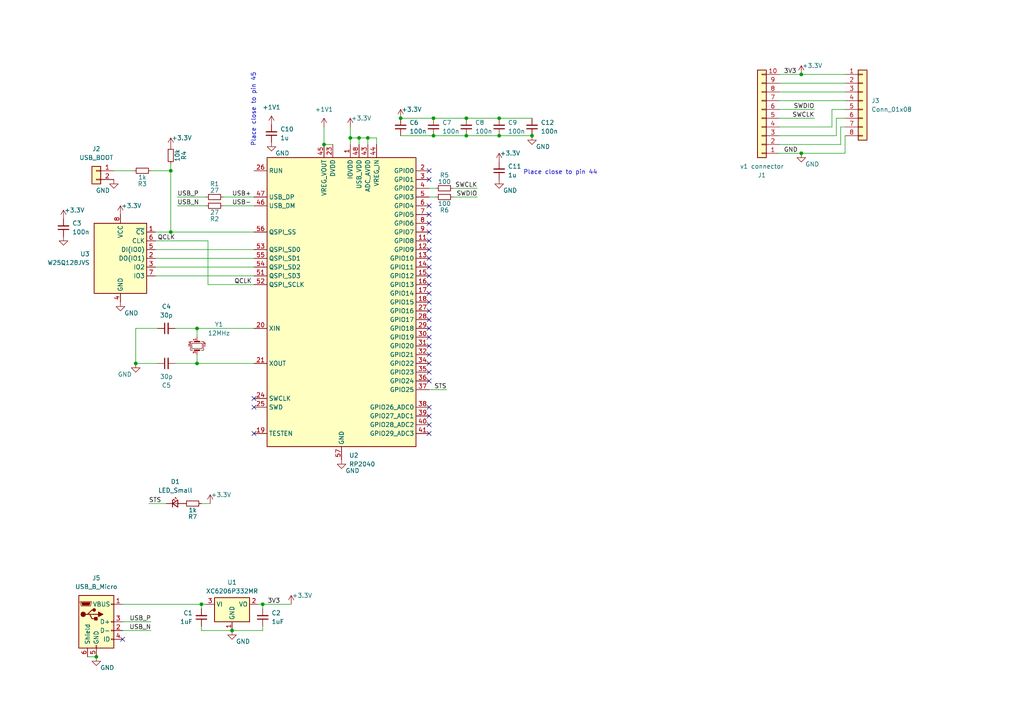
<source format=kicad_sch>
(kicad_sch (version 20230121) (generator eeschema)
  (paper "A4")
  (lib_symbols
    (symbol "Connector:USB_B_Micro" (pin_names (offset 1.016))
      (property "Reference" "J" (at -5.08 11.43 0))
      (property "Value" "USB_B_Micro" (at -5.08 8.89 0))
      (symbol "USB_B_Micro_0_1"
        (rectangle (start -5.08 -7.62) (end 5.08 7.62) (stroke (width 0.254)) (fill (type background)))
        (circle (center -3.81 2.159) (radius 0.635) (stroke (width 0.254)) (fill (type outline)))
        (circle (center -0.635 3.429) (radius 0.381) (stroke (width 0.254)) (fill (type outline)))
        (rectangle (start -0.127 -7.62) (end 0.127 -6.858))
        (polyline (pts (xy -1.905 2.159) (xy 0.635 2.159)) (stroke (width 0.254)))
        (polyline (pts (xy -3.175 2.159) (xy -2.54 2.159) (xy -1.27 3.429) (xy -0.635 3.429)) (stroke (width 0.254)))
        (polyline (pts (xy -2.54 2.159) (xy -1.905 2.159) (xy -1.27 0.889) (xy 0 0.889)) (stroke (width 0.254)))
        (polyline (pts (xy 0.635 2.794) (xy 0.635 1.524) (xy 1.905 2.159) (xy 0.635 2.794)) (stroke (width 0.254)) (fill (type outline)))
        (polyline (pts (xy -4.318 5.588) (xy -1.778 5.588) (xy -2.032 4.826) (xy -4.064 4.826) (xy -4.318 5.588)) (fill (type outline)))
        (polyline (pts (xy -4.699 5.842) (xy -4.699 5.588) (xy -4.445 4.826) (xy -4.445 4.572) (xy -1.651 4.572) (xy -1.651 4.826) (xy -1.397 5.588) (xy -1.397 5.842) (xy -4.699 5.842)))
        (rectangle (start 0.254 1.27) (end -0.508 0.508) (stroke (width 0.254)) (fill (type outline)))
        (rectangle (start 5.08 -5.207) (end 4.318 -4.953))
        (rectangle (start 5.08 -2.667) (end 4.318 -2.413))
        (rectangle (start 5.08 -0.127) (end 4.318 0.127))
        (rectangle (start 5.08 4.953) (end 4.318 5.207))
      )
      (symbol "USB_B_Micro_1_1"
        (pin power_out line (at 7.62 5.08 180) (length 2.54) (name "VBUS") (number "1"))
        (pin bidirectional line (at 7.62 -2.54 180) (length 2.54) (name "D-") (number "2"))
        (pin bidirectional line (at 7.62 0 180) (length 2.54) (name "D+") (number "3"))
        (pin passive line (at 7.62 -5.08 180) (length 2.54) (name "ID") (number "4"))
        (pin power_out line (at 0 -10.16 90) (length 2.54) (name "GND") (number "5"))
        (pin passive line (at -2.54 -10.16 90) (length 2.54) (name "Shield") (number "6"))
      )
    )
    (symbol "Connector_Generic:Conn_01x02" (pin_names (offset 1.016) hide)
      (property "Reference" "J" (at 0 2.54 0))
      (property "Value" "Conn_01x02" (at 0 -5.08 0))
      (symbol "Conn_01x02_1_1"
        (rectangle (start -1.27 -2.413) (end 0 -2.667) (stroke (width 0.1524)))
        (rectangle (start -1.27 0.127) (end 0 -0.127) (stroke (width 0.1524)))
        (rectangle (start -1.27 1.27) (end 1.27 -3.81) (stroke (width 0.254)) (fill (type background)))
        (pin passive line (at -5.08 0 0) (length 3.81) (name "Pin_1") (number "1"))
        (pin passive line (at -5.08 -2.54 0) (length 3.81) (name "Pin_2") (number "2"))
      )
    )
    (symbol "Connector_Generic:Conn_01x08" (pin_names (offset 1.016) hide)
      (property "Reference" "J" (at 0 10.16 0))
      (property "Value" "Conn_01x08" (at 0 -12.7 0))
      (symbol "Conn_01x08_1_1"
        (rectangle (start -1.27 -10.033) (end 0 -10.287) (stroke (width 0.1524)))
        (rectangle (start -1.27 -7.493) (end 0 -7.747) (stroke (width 0.1524)))
        (rectangle (start -1.27 -4.953) (end 0 -5.207) (stroke (width 0.1524)))
        (rectangle (start -1.27 -2.413) (end 0 -2.667) (stroke (width 0.1524)))
        (rectangle (start -1.27 0.127) (end 0 -0.127) (stroke (width 0.1524)))
        (rectangle (start -1.27 2.667) (end 0 2.413) (stroke (width 0.1524)))
        (rectangle (start -1.27 5.207) (end 0 4.953) (stroke (width 0.1524)))
        (rectangle (start -1.27 7.747) (end 0 7.493) (stroke (width 0.1524)))
        (rectangle (start -1.27 8.89) (end 1.27 -11.43) (stroke (width 0.254)) (fill (type background)))
        (pin passive line (at -5.08 7.62 0) (length 3.81) (name "Pin_1") (number "1"))
        (pin passive line (at -5.08 5.08 0) (length 3.81) (name "Pin_2") (number "2"))
        (pin passive line (at -5.08 2.54 0) (length 3.81) (name "Pin_3") (number "3"))
        (pin passive line (at -5.08 0 0) (length 3.81) (name "Pin_4") (number "4"))
        (pin passive line (at -5.08 -2.54 0) (length 3.81) (name "Pin_5") (number "5"))
        (pin passive line (at -5.08 -5.08 0) (length 3.81) (name "Pin_6") (number "6"))
        (pin passive line (at -5.08 -7.62 0) (length 3.81) (name "Pin_7") (number "7"))
        (pin passive line (at -5.08 -10.16 0) (length 3.81) (name "Pin_8") (number "8"))
      )
    )
    (symbol "Connector_Generic:Conn_01x10" (pin_names (offset 1.016) hide)
      (property "Reference" "J" (at 0 12.7 0))
      (property "Value" "Conn_01x10" (at 0 -15.24 0))
      (symbol "Conn_01x10_1_1"
        (rectangle (start -1.27 -12.573) (end 0 -12.827) (stroke (width 0.1524)))
        (rectangle (start -1.27 -10.033) (end 0 -10.287) (stroke (width 0.1524)))
        (rectangle (start -1.27 -7.493) (end 0 -7.747) (stroke (width 0.1524)))
        (rectangle (start -1.27 -4.953) (end 0 -5.207) (stroke (width 0.1524)))
        (rectangle (start -1.27 -2.413) (end 0 -2.667) (stroke (width 0.1524)))
        (rectangle (start -1.27 0.127) (end 0 -0.127) (stroke (width 0.1524)))
        (rectangle (start -1.27 2.667) (end 0 2.413) (stroke (width 0.1524)))
        (rectangle (start -1.27 5.207) (end 0 4.953) (stroke (width 0.1524)))
        (rectangle (start -1.27 7.747) (end 0 7.493) (stroke (width 0.1524)))
        (rectangle (start -1.27 10.287) (end 0 10.033) (stroke (width 0.1524)))
        (rectangle (start -1.27 11.43) (end 1.27 -13.97) (stroke (width 0.254)) (fill (type background)))
        (pin passive line (at -5.08 10.16 0) (length 3.81) (name "Pin_1") (number "1"))
        (pin passive line (at -5.08 -12.7 0) (length 3.81) (name "Pin_10") (number "10"))
        (pin passive line (at -5.08 7.62 0) (length 3.81) (name "Pin_2") (number "2"))
        (pin passive line (at -5.08 5.08 0) (length 3.81) (name "Pin_3") (number "3"))
        (pin passive line (at -5.08 2.54 0) (length 3.81) (name "Pin_4") (number "4"))
        (pin passive line (at -5.08 0 0) (length 3.81) (name "Pin_5") (number "5"))
        (pin passive line (at -5.08 -2.54 0) (length 3.81) (name "Pin_6") (number "6"))
        (pin passive line (at -5.08 -5.08 0) (length 3.81) (name "Pin_7") (number "7"))
        (pin passive line (at -5.08 -7.62 0) (length 3.81) (name "Pin_8") (number "8"))
        (pin passive line (at -5.08 -10.16 0) (length 3.81) (name "Pin_9") (number "9"))
      )
    )
    (symbol "Device:C_Small" (pin_numbers hide) (pin_names (offset 0.254) hide)
      (property "Reference" "C" (at 0.254 1.778 0))
      (property "Value" "C_Small" (at 0.254 -2.032 0))
      (symbol "C_Small_0_1"
        (polyline (pts (xy -1.524 -0.508) (xy 1.524 -0.508)) (stroke (width 0.3302)))
        (polyline (pts (xy -1.524 0.508) (xy 1.524 0.508)) (stroke (width 0.3048)))
      )
      (symbol "C_Small_1_1"
        (pin passive line (at 0 2.54 270) (length 2.032) (name "~") (number "1"))
        (pin passive line (at 0 -2.54 90) (length 2.032) (name "~") (number "2"))
      )
    )
    (symbol "Device:Crystal_GND24_Small" (pin_names (offset 1.016) hide)
      (property "Reference" "Y" (at 1.27 4.445 0))
      (property "Value" "Crystal_GND24_Small" (at 1.27 2.54 0))
      (symbol "Crystal_GND24_Small_0_1"
        (rectangle (start -0.762 -1.524) (end 0.762 1.524))
        (polyline (pts (xy -1.27 -0.762) (xy -1.27 0.762)) (stroke (width 0.381)))
        (polyline (pts (xy 1.27 -0.762) (xy 1.27 0.762)) (stroke (width 0.381)))
        (polyline (pts (xy -1.27 -1.27) (xy -1.27 -1.905) (xy 1.27 -1.905) (xy 1.27 -1.27)))
        (polyline (pts (xy -1.27 1.27) (xy -1.27 1.905) (xy 1.27 1.905) (xy 1.27 1.27)))
      )
      (symbol "Crystal_GND24_Small_1_1"
        (pin passive line (at -2.54 0 0) (length 1.27) (name "1") (number "1"))
        (pin passive line (at 0 -2.54 90) (length 0.635) (name "2") (number "2"))
        (pin passive line (at 2.54 0 180) (length 1.27) (name "3") (number "3"))
        (pin passive line (at 0 2.54 270) (length 0.635) (name "4") (number "4"))
      )
    )
    (symbol "Device:LED_Small" (pin_numbers hide) (pin_names (offset 0.254) hide)
      (property "Reference" "D" (at -1.27 3.175 0))
      (property "Value" "LED_Small" (at -4.445 -2.54 0))
      (symbol "LED_Small_0_1"
        (polyline (pts (xy -0.762 -1.016) (xy -0.762 1.016)) (stroke (width 0.254)))
        (polyline (pts (xy 1.016 0) (xy -0.762 0)))
        (polyline (pts (xy 0.762 -1.016) (xy -0.762 0) (xy 0.762 1.016) (xy 0.762 -1.016)) (stroke (width 0.254)))
        (polyline (pts (xy 0 0.762) (xy -0.508 1.27) (xy -0.254 1.27) (xy -0.508 1.27) (xy -0.508 1.016)))
        (polyline (pts (xy 0.508 1.27) (xy 0 1.778) (xy 0.254 1.778) (xy 0 1.778) (xy 0 1.524)))
      )
      (symbol "LED_Small_1_1"
        (pin passive line (at -2.54 0 0) (length 1.778) (name "K") (number "1"))
        (pin passive line (at 2.54 0 180) (length 1.778) (name "A") (number "2"))
      )
    )
    (symbol "Device:R_Small" (pin_numbers hide) (pin_names (offset 0.254) hide)
      (property "Reference" "R" (at 0.762 0.508 0))
      (property "Value" "R_Small" (at 0.762 -1.016 0))
      (symbol "R_Small_0_1"
        (rectangle (start -0.762 1.778) (end 0.762 -1.778) (stroke (width 0.2032)))
      )
      (symbol "R_Small_1_1"
        (pin passive line (at 0 2.54 270) (length 0.762) (name "~") (number "1"))
        (pin passive line (at 0 -2.54 90) (length 0.762) (name "~") (number "2"))
      )
    )
    (symbol "MCU_RaspberryPi:RP2040"
      (property "Reference" "U" (at 17.78 45.72 0))
      (property "Value" "RP2040" (at 17.78 43.18 0))
      (symbol "RP2040_0_1"
        (rectangle (start -21.59 41.91) (end 21.59 -41.91) (stroke (width 0.254)) (fill (type background)))
      )
      (symbol "RP2040_1_1"
        (pin power_in line (at 2.54 45.72 270) (length 3.81) (name "IOVDD") (number "1"))
        (pin passive line (at 2.54 45.72 270) (length 3.81) hide (name "IOVDD") (number "10"))
        (pin bidirectional line (at 25.4 17.78 180) (length 3.81) (name "GPIO8") (number "11"))
        (pin bidirectional line (at 25.4 15.24 180) (length 3.81) (name "GPIO9") (number "12"))
        (pin bidirectional line (at 25.4 12.7 180) (length 3.81) (name "GPIO10") (number "13"))
        (pin bidirectional line (at 25.4 10.16 180) (length 3.81) (name "GPIO11") (number "14"))
        (pin bidirectional line (at 25.4 7.62 180) (length 3.81) (name "GPIO12") (number "15"))
        (pin bidirectional line (at 25.4 5.08 180) (length 3.81) (name "GPIO13") (number "16"))
        (pin bidirectional line (at 25.4 2.54 180) (length 3.81) (name "GPIO14") (number "17"))
        (pin bidirectional line (at 25.4 0 180) (length 3.81) (name "GPIO15") (number "18"))
        (pin input line (at -25.4 -38.1 0) (length 3.81) (name "TESTEN") (number "19"))
        (pin bidirectional line (at 25.4 38.1 180) (length 3.81) (name "GPIO0") (number "2"))
        (pin input line (at -25.4 -7.62 0) (length 3.81) (name "XIN") (number "20"))
        (pin passive line (at -25.4 -17.78 0) (length 3.81) (name "XOUT") (number "21"))
        (pin passive line (at 2.54 45.72 270) (length 3.81) hide (name "IOVDD") (number "22"))
        (pin power_in line (at -2.54 45.72 270) (length 3.81) (name "DVDD") (number "23"))
        (pin input line (at -25.4 -27.94 0) (length 3.81) (name "SWCLK") (number "24"))
        (pin bidirectional line (at -25.4 -30.48 0) (length 3.81) (name "SWD") (number "25"))
        (pin input line (at -25.4 38.1 0) (length 3.81) (name "RUN") (number "26"))
        (pin bidirectional line (at 25.4 -2.54 180) (length 3.81) (name "GPIO16") (number "27"))
        (pin bidirectional line (at 25.4 -5.08 180) (length 3.81) (name "GPIO17") (number "28"))
        (pin bidirectional line (at 25.4 -7.62 180) (length 3.81) (name "GPIO18") (number "29"))
        (pin bidirectional line (at 25.4 35.56 180) (length 3.81) (name "GPIO1") (number "3"))
        (pin bidirectional line (at 25.4 -10.16 180) (length 3.81) (name "GPIO19") (number "30"))
        (pin bidirectional line (at 25.4 -12.7 180) (length 3.81) (name "GPIO20") (number "31"))
        (pin bidirectional line (at 25.4 -15.24 180) (length 3.81) (name "GPIO21") (number "32"))
        (pin passive line (at 2.54 45.72 270) (length 3.81) hide (name "IOVDD") (number "33"))
        (pin bidirectional line (at 25.4 -17.78 180) (length 3.81) (name "GPIO22") (number "34"))
        (pin bidirectional line (at 25.4 -20.32 180) (length 3.81) (name "GPIO23") (number "35"))
        (pin bidirectional line (at 25.4 -22.86 180) (length 3.81) (name "GPIO24") (number "36"))
        (pin bidirectional line (at 25.4 -25.4 180) (length 3.81) (name "GPIO25") (number "37"))
        (pin bidirectional line (at 25.4 -30.48 180) (length 3.81) (name "GPIO26_ADC0") (number "38"))
        (pin bidirectional line (at 25.4 -33.02 180) (length 3.81) (name "GPIO27_ADC1") (number "39"))
        (pin bidirectional line (at 25.4 33.02 180) (length 3.81) (name "GPIO2") (number "4"))
        (pin bidirectional line (at 25.4 -35.56 180) (length 3.81) (name "GPIO28_ADC2") (number "40"))
        (pin bidirectional line (at 25.4 -38.1 180) (length 3.81) (name "GPIO29_ADC3") (number "41"))
        (pin passive line (at 2.54 45.72 270) (length 3.81) hide (name "IOVDD") (number "42"))
        (pin power_in line (at 7.62 45.72 270) (length 3.81) (name "ADC_AVDD") (number "43"))
        (pin power_in line (at 10.16 45.72 270) (length 3.81) (name "VREG_IN") (number "44"))
        (pin power_out line (at -5.08 45.72 270) (length 3.81) (name "VREG_VOUT") (number "45"))
        (pin bidirectional line (at -25.4 27.94 0) (length 3.81) (name "USB_DM") (number "46"))
        (pin bidirectional line (at -25.4 30.48 0) (length 3.81) (name "USB_DP") (number "47"))
        (pin power_in line (at 5.08 45.72 270) (length 3.81) (name "USB_VDD") (number "48"))
        (pin passive line (at 2.54 45.72 270) (length 3.81) hide (name "IOVDD") (number "49"))
        (pin bidirectional line (at 25.4 30.48 180) (length 3.81) (name "GPIO3") (number "5"))
        (pin passive line (at -2.54 45.72 270) (length 3.81) hide (name "DVDD") (number "50"))
        (pin bidirectional line (at -25.4 7.62 0) (length 3.81) (name "QSPI_SD3") (number "51"))
        (pin output line (at -25.4 5.08 0) (length 3.81) (name "QSPI_SCLK") (number "52"))
        (pin bidirectional line (at -25.4 15.24 0) (length 3.81) (name "QSPI_SD0") (number "53"))
        (pin bidirectional line (at -25.4 10.16 0) (length 3.81) (name "QSPI_SD2") (number "54"))
        (pin bidirectional line (at -25.4 12.7 0) (length 3.81) (name "QSPI_SD1") (number "55"))
        (pin bidirectional line (at -25.4 20.32 0) (length 3.81) (name "QSPI_SS") (number "56"))
        (pin power_in line (at 0 -45.72 90) (length 3.81) (name "GND") (number "57"))
        (pin bidirectional line (at 25.4 27.94 180) (length 3.81) (name "GPIO4") (number "6"))
        (pin bidirectional line (at 25.4 25.4 180) (length 3.81) (name "GPIO5") (number "7"))
        (pin bidirectional line (at 25.4 22.86 180) (length 3.81) (name "GPIO6") (number "8"))
        (pin bidirectional line (at 25.4 20.32 180) (length 3.81) (name "GPIO7") (number "9"))
      )
    )
    (symbol "Memory_Flash:W25Q128JVS"
      (property "Reference" "U" (at -8.89 8.89 0))
      (property "Value" "W25Q128JVS" (at 7.62 8.89 0))
      (symbol "W25Q128JVS_0_1"
        (rectangle (start -7.62 10.16) (end 7.62 -10.16) (stroke (width 0.254)) (fill (type background)))
      )
      (symbol "W25Q128JVS_1_1"
        (pin input line (at -10.16 7.62 0) (length 2.54) (name "~{CS}") (number "1"))
        (pin bidirectional line (at -10.16 0 0) (length 2.54) (name "DO(IO1)") (number "2"))
        (pin bidirectional line (at -10.16 -2.54 0) (length 2.54) (name "IO2") (number "3"))
        (pin power_in line (at 0 -12.7 90) (length 2.54) (name "GND") (number "4"))
        (pin bidirectional line (at -10.16 2.54 0) (length 2.54) (name "DI(IO0)") (number "5"))
        (pin input line (at -10.16 5.08 0) (length 2.54) (name "CLK") (number "6"))
        (pin bidirectional line (at -10.16 -5.08 0) (length 2.54) (name "IO3") (number "7"))
        (pin power_in line (at 0 12.7 270) (length 2.54) (name "VCC") (number "8"))
      )
    )
    (symbol "Regulator_Linear:MCP1754S-3302xCB"
      (property "Reference" "U" (at -3.81 3.175 0))
      (property "Value" "MCP1754S-3302xCB" (at -0.635 3.175 0))
      (symbol "MCP1754S-3302xCB_0_1"
        (rectangle (start -5.08 -5.08) (end 5.08 1.905) (stroke (width 0.254)) (fill (type background)))
      )
      (symbol "MCP1754S-3302xCB_1_1"
        (pin power_in line (at 0 -7.62 90) (length 2.54) (name "GND") (number "1"))
        (pin power_out line (at 7.62 0 180) (length 2.54) (name "VO") (number "2"))
        (pin power_in line (at -7.62 0 0) (length 2.54) (name "VI") (number "3"))
      )
    )
    (symbol "power:+1V1" (power) (pin_names (offset 0))
      (property "Value" "+1V1" (at 0 3.556 0))
      (symbol "+1V1_0_1"
        (polyline (pts (xy -0.762 1.27) (xy 0 2.54)))
        (polyline (pts (xy 0 0) (xy 0 2.54)))
        (polyline (pts (xy 0 2.54) (xy 0.762 1.27)))
      )
      (symbol "+1V1_1_1"
        (pin power_in line (at 0 0 90) (length 0) hide (name "+1V1") (number "1"))
      )
    )
    (symbol "power:+3.3V" (power) (pin_names (offset 0))
      (property "Value" "+3.3V" (at 0 3.556 0))
      (symbol "+3.3V_0_1"
        (polyline (pts (xy -0.762 1.27) (xy 0 2.54)))
        (polyline (pts (xy 0 0) (xy 0 2.54)))
        (polyline (pts (xy 0 2.54) (xy 0.762 1.27)))
      )
      (symbol "+3.3V_1_1"
        (pin power_in line (at 0 0 90) (length 0) hide (name "+3.3V") (number "1"))
      )
    )
    (symbol "power:GND" (power) (pin_names (offset 0))
      (property "Value" "GND" (at 0 -3.81 0))
      (symbol "GND_0_1"
        (polyline (pts (xy 0 0) (xy 0 -1.27) (xy 1.27 -1.27) (xy 0 -2.54) (xy -1.27 -1.27) (xy 0 -1.27)))
      )
      (symbol "GND_1_1"
        (pin power_in line (at 0 0 270) (length 0) hide (name "GND") (number "1"))
      )
    )
  )
  (junction (at 57.15 95.25))
  (junction (at 101.6 40.005))
  (junction (at 232.41 21.59))
  (junction (at 93.98 41.91))
  (junction (at 27.94 190.5))
  (junction (at 125.73 39.37))
  (junction (at 135.255 34.29))
  (junction (at 144.78 39.37))
  (junction (at 49.53 67.31))
  (junction (at 232.41 44.45))
  (junction (at 154.305 39.37))
  (junction (at 106.68 40.005))
  (junction (at 135.255 39.37))
  (junction (at 39.37 105.41))
  (junction (at 57.15 105.41))
  (junction (at 104.14 40.005))
  (junction (at 76.2 175.26))
  (junction (at 58.42 175.26))
  (junction (at 67.31 182.88))
  (junction (at 125.73 34.29))
  (junction (at 144.78 34.29))
  (junction (at 116.205 34.29))
  (junction (at 49.53 49.53))
  (no_connect (at 124.46 72.39))
  (no_connect (at 124.46 118.11))
  (no_connect (at 124.46 62.23))
  (no_connect (at 124.46 120.65))
  (no_connect (at 124.46 97.79))
  (no_connect (at 124.46 125.73))
  (no_connect (at 124.46 82.55))
  (no_connect (at 124.46 64.77))
  (no_connect (at 124.46 87.63))
  (no_connect (at 124.46 52.07))
  (no_connect (at 124.46 110.49))
  (no_connect (at 124.46 90.17))
  (no_connect (at 124.46 107.95))
  (no_connect (at 124.46 92.71))
  (no_connect (at 124.46 123.19))
  (no_connect (at 124.46 74.93))
  (no_connect (at 124.46 102.87))
  (no_connect (at 124.46 69.85))
  (no_connect (at 35.56 185.42))
  (no_connect (at 124.46 59.69))
  (no_connect (at 73.66 125.73))
  (no_connect (at 124.46 95.25))
  (no_connect (at 124.46 77.47))
  (no_connect (at 124.46 49.53))
  (no_connect (at 124.46 100.33))
  (no_connect (at 124.46 67.31))
  (no_connect (at 73.66 118.11))
  (no_connect (at 124.46 105.41))
  (no_connect (at 73.66 115.57))
  (no_connect (at 124.46 80.01))
  (no_connect (at 124.46 85.09))
  (wire (pts (xy 106.68 40.005) (xy 109.22 40.005)))
  (wire (pts (xy 106.68 40.005) (xy 106.68 41.91)))
  (wire (pts (xy 64.77 57.15) (xy 73.66 57.15)))
  (wire (pts (xy 60.325 69.85) (xy 60.325 82.55)))
  (wire (pts (xy 125.73 39.37) (xy 135.255 39.37)))
  (wire (pts (xy 39.37 105.41) (xy 45.72 105.41)))
  (wire (pts (xy 57.15 105.41) (xy 73.66 105.41)))
  (wire (pts (xy 51.435 59.69) (xy 59.69 59.69)))
  (wire (pts (xy 45.085 67.31) (xy 49.53 67.31)))
  (wire (pts (xy 226.06 39.37) (xy 242.57 39.37)))
  (wire (pts (xy 109.22 40.005) (xy 109.22 41.91)))
  (wire (pts (xy 49.53 67.31) (xy 73.66 67.31)))
  (wire (pts (xy 135.255 39.37) (xy 144.78 39.37)))
  (wire (pts (xy 116.205 39.37) (xy 125.73 39.37)))
  (wire (pts (xy 39.37 105.41) (xy 39.37 95.25)))
  (wire (pts (xy 226.06 31.75) (xy 236.22 31.75)))
  (wire (pts (xy 43.18 146.05) (xy 48.26 146.05)))
  (wire (pts (xy 35.56 180.34) (xy 43.815 180.34)))
  (wire (pts (xy 76.2 181.61) (xy 76.2 182.88)))
  (wire (pts (xy 104.14 40.005) (xy 104.14 41.91)))
  (wire (pts (xy 226.06 36.83) (xy 241.3 36.83)))
  (wire (pts (xy 226.06 24.13) (xy 245.11 24.13)))
  (wire (pts (xy 49.53 49.53) (xy 49.53 67.31)))
  (wire (pts (xy 124.46 57.15) (xy 126.365 57.15)))
  (wire (pts (xy 243.84 36.83) (xy 243.84 41.91)))
  (wire (pts (xy 50.8 105.41) (xy 57.15 105.41)))
  (wire (pts (xy 58.42 175.26) (xy 59.69 175.26)))
  (wire (pts (xy 241.3 31.75) (xy 245.11 31.75)))
  (wire (pts (xy 135.255 34.29) (xy 144.78 34.29)))
  (wire (pts (xy 104.14 40.005) (xy 106.68 40.005)))
  (wire (pts (xy 144.78 39.37) (xy 154.305 39.37)))
  (wire (pts (xy 232.41 21.59) (xy 245.11 21.59)))
  (wire (pts (xy 45.085 72.39) (xy 73.66 72.39)))
  (wire (pts (xy 116.205 34.29) (xy 125.73 34.29)))
  (wire (pts (xy 64.77 59.69) (xy 73.66 59.69)))
  (wire (pts (xy 101.6 40.005) (xy 101.6 41.91)))
  (wire (pts (xy 76.2 175.26) (xy 84.455 175.26)))
  (wire (pts (xy 35.56 182.88) (xy 43.815 182.88)))
  (wire (pts (xy 93.98 41.91) (xy 96.52 41.91)))
  (wire (pts (xy 57.15 95.25) (xy 57.15 97.79)))
  (wire (pts (xy 58.42 182.88) (xy 67.31 182.88)))
  (wire (pts (xy 33.02 49.53) (xy 38.735 49.53)))
  (wire (pts (xy 124.46 113.03) (xy 129.54 113.03)))
  (wire (pts (xy 45.085 77.47) (xy 73.66 77.47)))
  (wire (pts (xy 226.06 44.45) (xy 232.41 44.45)))
  (wire (pts (xy 131.445 54.61) (xy 138.43 54.61)))
  (wire (pts (xy 245.11 44.45) (xy 245.11 39.37)))
  (wire (pts (xy 43.815 49.53) (xy 49.53 49.53)))
  (wire (pts (xy 101.6 36.83) (xy 101.6 40.005)))
  (wire (pts (xy 232.41 44.45) (xy 245.11 44.45)))
  (wire (pts (xy 45.085 80.01) (xy 73.66 80.01)))
  (wire (pts (xy 49.53 47.625) (xy 49.53 49.53)))
  (wire (pts (xy 76.2 176.53) (xy 76.2 175.26)))
  (wire (pts (xy 226.06 21.59) (xy 232.41 21.59)))
  (wire (pts (xy 226.06 29.21) (xy 245.11 29.21)))
  (wire (pts (xy 242.57 39.37) (xy 242.57 34.29)))
  (wire (pts (xy 51.435 57.15) (xy 59.69 57.15)))
  (wire (pts (xy 58.42 146.05) (xy 60.96 146.05)))
  (wire (pts (xy 50.8 95.25) (xy 57.15 95.25)))
  (wire (pts (xy 60.325 82.55) (xy 73.66 82.55)))
  (wire (pts (xy 45.085 74.93) (xy 73.66 74.93)))
  (wire (pts (xy 57.15 95.25) (xy 73.66 95.25)))
  (wire (pts (xy 226.06 41.91) (xy 243.84 41.91)))
  (wire (pts (xy 125.73 34.29) (xy 135.255 34.29)))
  (wire (pts (xy 45.085 69.85) (xy 60.325 69.85)))
  (wire (pts (xy 242.57 34.29) (xy 245.11 34.29)))
  (wire (pts (xy 58.42 175.26) (xy 58.42 176.53)))
  (wire (pts (xy 58.42 181.61) (xy 58.42 182.88)))
  (wire (pts (xy 39.37 95.25) (xy 45.72 95.25)))
  (wire (pts (xy 93.98 36.83) (xy 93.98 41.91)))
  (wire (pts (xy 144.78 34.29) (xy 154.305 34.29)))
  (wire (pts (xy 124.46 54.61) (xy 126.365 54.61)))
  (wire (pts (xy 226.06 26.67) (xy 245.11 26.67)))
  (wire (pts (xy 131.445 57.15) (xy 138.43 57.15)))
  (wire (pts (xy 101.6 40.005) (xy 104.14 40.005)))
  (wire (pts (xy 245.11 36.83) (xy 243.84 36.83)))
  (wire (pts (xy 57.15 102.87) (xy 57.15 105.41)))
  (wire (pts (xy 241.3 36.83) (xy 241.3 31.75)))
  (wire (pts (xy 35.56 175.26) (xy 58.42 175.26)))
  (wire (pts (xy 76.2 175.26) (xy 74.93 175.26)))
  (wire (pts (xy 226.06 34.29) (xy 236.22 34.29)))
  (wire (pts (xy 25.4 190.5) (xy 27.94 190.5)))
  (wire (pts (xy 67.31 182.88) (xy 76.2 182.88)))
  (text "Place close to pin 44" (at 151.765 50.8 0) (effects (font (size 1.27 1.27)) (justify left bottom)))
  (text "Place close to pin 45" (at 74.295 42.545 90) (effects (font (size 1.27 1.27)) (justify left bottom)))
  (label "3V3" (at 227.33 21.59 0))
  (label "QCLK" (at 67.945 82.55 0))
  (label "USB_P" (at 51.435 57.15 0))
  (label "SWDIO" (at 236.22 31.75 180))
  (label "GND" (at 227.33 44.45 0))
  (label "USB-" (at 67.31 59.69 0))
  (label "3V3" (at 81.28 175.26 180))
  (label "QCLK" (at 50.8 69.85 180))
  (label "USB_P" (at 43.815 180.34 180))
  (label "USB_N" (at 51.435 59.69 0))
  (label "USB_N" (at 43.815 182.88 180))
  (label "SWDIO" (at 138.43 57.15 180))
  (label "SWCLK" (at 236.22 34.29 180))
  (label "STS" (at 43.18 146.05 0))
  (label "USB+" (at 67.31 57.15 0))
  (label "SWCLK" (at 138.43 54.61 180))
  (label "STS" (at 129.54 113.03 180))
  (symbol (lib_id "power:GND") (at 27.94 190.5 0) (unit 1)
    (property "Reference" "#PWR05" (effects hide))
    (property "Value" "GND" (at 31.115 193.675 0))
  )
  (symbol (lib_id "power:GND") (at 39.37 105.41 0) (mirror y) (unit 1)
    (property "Reference" "#PWR09" (effects hide))
    (property "Value" "GND" (at 36.195 108.585 0))
  )
  (symbol (lib_id "power:+1V1") (at 78.74 36.195 0) (unit 1)
    (property "Reference" "#PWR019" (effects hide))
    (property "Value" "+1V1" (at 78.74 31.115 0))
  )
  (symbol (lib_id "power:+3.3V") (at 49.53 42.545 0) (unit 1)
    (property "Reference" "#PWR012" (effects hide))
    (property "Value" "+3.3V" (at 52.705 40.005 0))
  )
  (symbol (lib_id "power:GND") (at 232.41 44.45 0) (unit 1)
    (property "Reference" "#PWR07" (effects hide))
    (property "Value" "GND" (at 235.585 47.625 0))
  )
  (symbol (lib_id "power:+3.3V") (at 34.925 62.23 0) (unit 1)
    (property "Reference" "#PWR02" (effects hide))
    (property "Value" "+3.3V" (at 38.1 59.69 0))
  )
  (symbol (lib_id "Device:R_Small") (at 41.275 49.53 270) (unit 1)
    (property "Reference" "R3" (at 41.275 53.34 90))
    (property "Value" "1k" (at 41.275 51.435 90))
    (property "Footprint" "Resistor_SMD:R_0402_1005Metric" (effects hide))
    (property "LCSC" "C11702" (effects hide))
  )
  (symbol (lib_id "Device:R_Small") (at 128.905 54.61 90) (unit 1)
    (property "Reference" "R5" (at 128.905 50.8 90))
    (property "Value" "100" (at 128.905 52.705 90))
    (property "Footprint" "Resistor_SMD:R_0402_1005Metric" (effects hide))
    (property "LCSC" "C25076" (effects hide))
  )
  (symbol (lib_id "Connector_Generic:Conn_01x10") (at 220.98 34.29 180) (unit 1)
    (property "Reference" "J1" (at 220.98 50.8 0))
    (property "Value" "v1 connector" (at 220.98 48.26 0))
    (property "Footprint" "Connector_FFC-FPC:Hirose_FH12-10S-0.5SH_1x10-1MP_P0.50mm_Horizontal" (effects hide))
    (property "LCSC" "C506791" (effects hide))
  )
  (symbol (lib_id "power:+3.3V") (at 60.96 146.05 0) (unit 1)
    (property "Reference" "#PWR022" (effects hide))
    (property "Value" "+3.3V" (at 64.135 143.51 0))
  )
  (symbol (lib_id "Connector_Generic:Conn_01x08") (at 250.19 29.21 0) (unit 1)
    (property "Reference" "J3" (at 252.73 29.21 0) (effects (justify left)))
    (property "Value" "Conn_01x08" (at 252.73 31.75 0) (effects (justify left)))
    (property "Footprint" "Connector_PinHeader_2.54mm:PinHeader_1x08_P2.54mm_Vertical" (effects hide))
  )
  (symbol (lib_id "Device:C_Small") (at 116.205 36.83 180) (unit 1)
    (property "Reference" "C6" (at 118.745 35.5536 0) (effects (justify right)))
    (property "Value" "100n" (at 118.745 38.0936 0) (effects (justify right)))
    (property "Footprint" "Capacitor_SMD:C_0402_1005Metric" (effects hide))
    (property "LCSC" "C307331" (effects hide))
  )
  (symbol (lib_id "power:+3.3V") (at 232.41 21.59 0) (unit 1)
    (property "Reference" "#PWR06" (effects hide))
    (property "Value" "+3.3V" (at 235.585 19.05 0))
  )
  (symbol (lib_id "power:+3.3V") (at 144.78 46.99 0) (unit 1)
    (property "Reference" "#PWR018" (effects hide))
    (property "Value" "+3.3V" (at 147.955 44.45 0))
  )
  (symbol (lib_id "Device:C_Small") (at 18.415 66.04 180) (unit 1)
    (property "Reference" "C3" (at 20.955 64.7636 0) (effects (justify right)))
    (property "Value" "100n" (at 20.955 67.3036 0) (effects (justify right)))
    (property "Footprint" "Capacitor_SMD:C_0402_1005Metric" (effects hide))
    (property "LCSC" "C307331" (effects hide))
  )
  (symbol (lib_id "power:GND") (at 67.31 182.88 0) (unit 1)
    (property "Reference" "#PWR04" (effects hide))
    (property "Value" "GND" (at 70.485 186.055 0))
  )
  (symbol (lib_id "power:+3.3V") (at 116.205 34.29 0) (unit 1)
    (property "Reference" "#PWR014" (effects hide))
    (property "Value" "+3.3V" (at 119.38 31.75 0))
  )
  (symbol (lib_id "power:GND") (at 33.02 52.07 0) (mirror y) (unit 1)
    (property "Reference" "#PWR011" (effects hide))
    (property "Value" "GND" (at 29.845 55.245 0))
  )
  (symbol (lib_id "Regulator_Linear:MCP1754S-3302xCB") (at 67.31 175.26 0) (unit 1)
    (property "Reference" "U1" (at 67.31 168.91 0))
    (property "Value" "XC6206P332MR" (at 67.31 171.45 0))
    (property "Footprint" "Package_TO_SOT_SMD:SOT-23" (effects hide))
    (property "Datasheet" "https://datasheet.lcsc.com/lcsc/2304140030_Torex-Semicon-XC6206P332MR_C5446.pdf" (effects hide))
    (property "LCSC" "C5446" (effects hide))
  )
  (symbol (lib_id "power:GND") (at 18.415 68.58 0) (unit 1)
    (property "Reference" "#PWR03" (effects hide))
    (property "Value" "GND" (effects hide))
  )
  (symbol (lib_id "Device:C_Small") (at 78.74 38.735 180) (unit 1)
    (property "Reference" "C10" (at 81.28 37.4586 0) (effects (justify right)))
    (property "Value" "1u" (at 81.28 39.9986 0) (effects (justify right)))
    (property "Footprint" "Capacitor_SMD:C_0402_1005Metric" (effects hide))
    (property "LCSC" "C52923" (effects hide))
  )
  (symbol (lib_id "power:GND") (at 144.78 52.07 0) (unit 1)
    (property "Reference" "#PWR017" (effects hide))
    (property "Value" "GND" (at 147.955 55.245 0))
  )
  (symbol (lib_id "Device:C_Small") (at 76.2 179.07 180) (unit 1)
    (property "Reference" "C2" (at 78.74 177.7936 0) (effects (justify right)))
    (property "Value" "1uF" (at 78.74 180.3336 0) (effects (justify right)))
    (property "Footprint" "Capacitor_SMD:C_0402_1005Metric" (effects hide))
    (property "LCSC" "C52923" (effects hide))
  )
  (symbol (lib_id "Device:C_Small") (at 48.26 105.41 90) (mirror x) (unit 1)
    (property "Reference" "C5" (at 48.2663 111.76 90))
    (property "Value" "30p" (at 48.2663 109.22 90))
    (property "Footprint" "Capacitor_SMD:C_0402_1005Metric" (effects hide))
    (property "LCSC" "C1570" (effects hide))
  )
  (symbol (lib_id "power:GND") (at 99.06 133.35 0) (unit 1)
    (property "Reference" "#PWR010" (effects hide))
    (property "Value" "GND" (at 102.235 136.525 0))
  )
  (symbol (lib_id "power:GND") (at 154.305 39.37 0) (unit 1)
    (property "Reference" "#PWR015" (effects hide))
    (property "Value" "GND" (at 157.48 42.545 0))
  )
  (symbol (lib_id "Memory_Flash:W25Q128JVS") (at 34.925 74.93 0) (mirror y) (unit 1)
    (property "Reference" "U3" (at 26.035 73.66 0) (effects (justify left)))
    (property "Value" "W25Q128JVS" (at 26.035 76.2 0) (effects (justify left)))
    (property "Footprint" "Package_SO:SOIC-8_5.23x5.23mm_P1.27mm" (effects hide))
    (property "Datasheet" "http://www.winbond.com/resource-files/w25q128jv_dtr%20revc%2003272018%20plus.pdf" (effects hide))
    (property "LCSC" "C97521" (effects hide))
  )
  (symbol (lib_id "power:+1V1") (at 93.98 36.83 0) (unit 1)
    (property "Reference" "#PWR016" (effects hide))
    (property "Value" "+1V1" (at 93.98 31.75 0))
  )
  (symbol (lib_id "Device:R_Small") (at 49.53 45.085 0) (unit 1)
    (property "Reference" "R4" (at 53.34 45.085 90))
    (property "Value" "10k" (at 51.435 45.085 90))
    (property "Footprint" "Resistor_SMD:R_0402_1005Metric" (effects hide))
    (property "LCSC" "C25744" (effects hide))
  )
  (symbol (lib_id "Device:C_Small") (at 144.78 49.53 180) (unit 1)
    (property "Reference" "C11" (at 147.32 48.2536 0) (effects (justify right)))
    (property "Value" "1u" (at 147.32 50.7936 0) (effects (justify right)))
    (property "Footprint" "Capacitor_SMD:C_0402_1005Metric" (effects hide))
    (property "LCSC" "C52923" (effects hide))
  )
  (symbol (lib_id "Connector_Generic:Conn_01x02") (at 27.94 49.53 0) (mirror y) (unit 1)
    (property "Reference" "J2" (at 27.94 43.18 0))
    (property "Value" "USB_BOOT" (at 27.94 45.72 0))
    (property "Footprint" "Connector_PinHeader_2.54mm:PinHeader_1x02_P2.54mm_Vertical" (effects hide))
  )
  (symbol (lib_id "Device:R_Small") (at 62.23 57.15 90) (unit 1)
    (property "Reference" "R1" (at 62.23 53.34 90))
    (property "Value" "27" (at 62.23 55.245 90))
    (property "Footprint" "Resistor_SMD:R_0603_1608Metric" (effects hide))
    (property "LCSC" "C25190" (effects hide))
  )
  (symbol (lib_id "Device:C_Small") (at 58.42 179.07 0) (mirror x) (unit 1)
    (property "Reference" "C1" (at 55.88 177.7936 0) (effects (justify right)))
    (property "Value" "1uF" (at 55.88 180.3336 0) (effects (justify right)))
    (property "Footprint" "Capacitor_SMD:C_0402_1005Metric" (effects hide))
    (property "LCSC" "C52923" (effects hide))
  )
  (symbol (lib_id "power:GND") (at 78.74 41.275 0) (unit 1)
    (property "Reference" "#PWR020" (effects hide))
    (property "Value" "GND" (at 81.915 44.45 0))
  )
  (symbol (lib_id "power:+3.3V") (at 101.6 36.83 0) (unit 1)
    (property "Reference" "#PWR013" (effects hide))
    (property "Value" "+3.3V" (at 104.775 34.29 0))
  )
  (symbol (lib_id "power:GND") (at 34.925 87.63 0) (unit 1)
    (property "Reference" "#PWR01" (effects hide))
    (property "Value" "GND" (at 38.1 90.805 0))
  )
  (symbol (lib_id "Connector:USB_B_Micro") (at 27.94 180.34 0) (unit 1)
    (property "Reference" "J5" (at 27.94 167.64 0))
    (property "Value" "USB_B_Micro" (at 27.94 170.18 0))
    (property "Footprint" "Connector_USB:USB_Micro-B_Amphenol_10118193-0001LF_Horizontal" (effects hide))
    (property "LCSC" "C132562" (effects hide))
  )
  (symbol (lib_id "Device:R_Small") (at 55.88 146.05 270) (unit 1)
    (property "Reference" "R7" (at 55.88 149.86 90))
    (property "Value" "1k" (at 55.88 147.955 90))
    (property "Footprint" "Resistor_SMD:R_0402_1005Metric" (effects hide))
    (property "LCSC" "C11702" (effects hide))
  )
  (symbol (lib_id "Device:Crystal_GND24_Small") (at 57.15 100.33 270) (unit 1)
    (property "Reference" "Y1" (at 63.5 94.1003 90))
    (property "Value" "12MHz" (at 63.5 96.6403 90))
    (property "Footprint" "Crystal:Crystal_SMD_3225-4Pin_3.2x2.5mm" (effects hide))
    (property "LCSC" "C9002" (effects hide))
  )
  (symbol (lib_id "Device:C_Small") (at 48.26 95.25 90) (unit 1)
    (property "Reference" "C4" (at 48.2663 88.9 90))
    (property "Value" "30p" (at 48.2663 91.44 90))
    (property "Footprint" "Capacitor_SMD:C_0402_1005Metric" (effects hide))
    (property "LCSC" "C1570" (effects hide))
  )
  (symbol (lib_id "MCU_RaspberryPi:RP2040") (at 99.06 87.63 0) (unit 1)
    (property "Reference" "U2" (at 101.2541 132.08 0) (effects (justify left)))
    (property "Value" "RP2040" (at 101.2541 134.62 0) (effects (justify left)))
    (property "Footprint" "Package_DFN_QFN:QFN-56-1EP_7x7mm_P0.4mm_EP3.2x3.2mm" (effects hide))
    (property "Datasheet" "https://datasheets.raspberrypi.com/rp2040/rp2040-datasheet.pdf" (effects hide))
    (property "LCSC" "C2040" (effects hide))
  )
  (symbol (lib_id "power:+3.3V") (at 84.455 175.26 0) (unit 1)
    (property "Reference" "#PWR021" (effects hide))
    (property "Value" "+3.3V" (at 87.63 172.72 0))
  )
  (symbol (lib_id "Device:LED_Small") (at 50.8 146.05 0) (unit 1)
    (property "Reference" "D1" (at 50.8635 139.7 0))
    (property "Value" "LED_Small" (at 50.8635 142.24 0))
    (property "Footprint" "LED_SMD:LED_0603_1608Metric" (effects hide))
    (property "LCSC" "C72043" (effects hide))
  )
  (symbol (lib_id "Device:R_Small") (at 128.905 57.15 270) (unit 1)
    (property "Reference" "R6" (at 128.905 60.96 90))
    (property "Value" "100" (at 128.905 59.055 90))
    (property "Footprint" "Resistor_SMD:R_0402_1005Metric" (effects hide))
    (property "LCSC" "C25076" (effects hide))
  )
  (symbol (lib_id "Device:R_Small") (at 62.23 59.69 90) (mirror x) (unit 1)
    (property "Reference" "R2" (at 62.23 63.5 90))
    (property "Value" "27" (at 62.23 61.595 90))
    (property "Footprint" "Resistor_SMD:R_0603_1608Metric" (effects hide))
    (property "LCSC" "C25190" (effects hide))
  )
  (symbol (lib_id "power:+3.3V") (at 18.415 63.5 0) (unit 1)
    (property "Reference" "#PWR08" (effects hide))
    (property "Value" "+3.3V" (at 21.59 60.96 0))
  )
  (symbol (lib_id "Device:C_Small") (at 154.305 36.83 180) (unit 1)
    (property "Reference" "C12" (at 156.845 35.5536 0) (effects (justify right)))
    (property "Value" "100n" (at 156.845 38.0936 0) (effects (justify right)))
    (property "Footprint" "Capacitor_SMD:C_0402_1005Metric" (effects hide))
    (property "LCSC" "C307331" (effects hide))
  )
  (symbol (lib_id "Device:C_Small") (at 125.73 36.83 180) (unit 1)
    (property "Reference" "C7" (at 128.27 35.5536 0) (effects (justify right)))
    (property "Value" "100n" (at 128.27 38.0936 0) (effects (justify right)))
    (property "Footprint" "Capacitor_SMD:C_0402_1005Metric" (effects hide))
    (property "LCSC" "C307331" (effects hide))
  )
  (symbol (lib_id "Device:C_Small") (at 144.78 36.83 180) (unit 1)
    (property "Reference" "C9" (at 147.32 35.5536 0) (effects (justify right)))
    (property "Value" "100n" (at 147.32 38.0936 0) (effects (justify right)))
    (property "Footprint" "Capacitor_SMD:C_0402_1005Metric" (effects hide))
    (property "LCSC" "C307331" (effects hide))
  )
  (symbol (lib_id "Device:C_Small") (at 135.255 36.83 180) (unit 1)
    (property "Reference" "C8" (at 137.795 35.5536 0) (effects (justify right)))
    (property "Value" "100n" (at 137.795 38.0936 0) (effects (justify right)))
    (property "Footprint" "Capacitor_SMD:C_0402_1005Metric" (effects hide))
    (property "LCSC" "C307331" (effects hide))
  )
)
</source>
